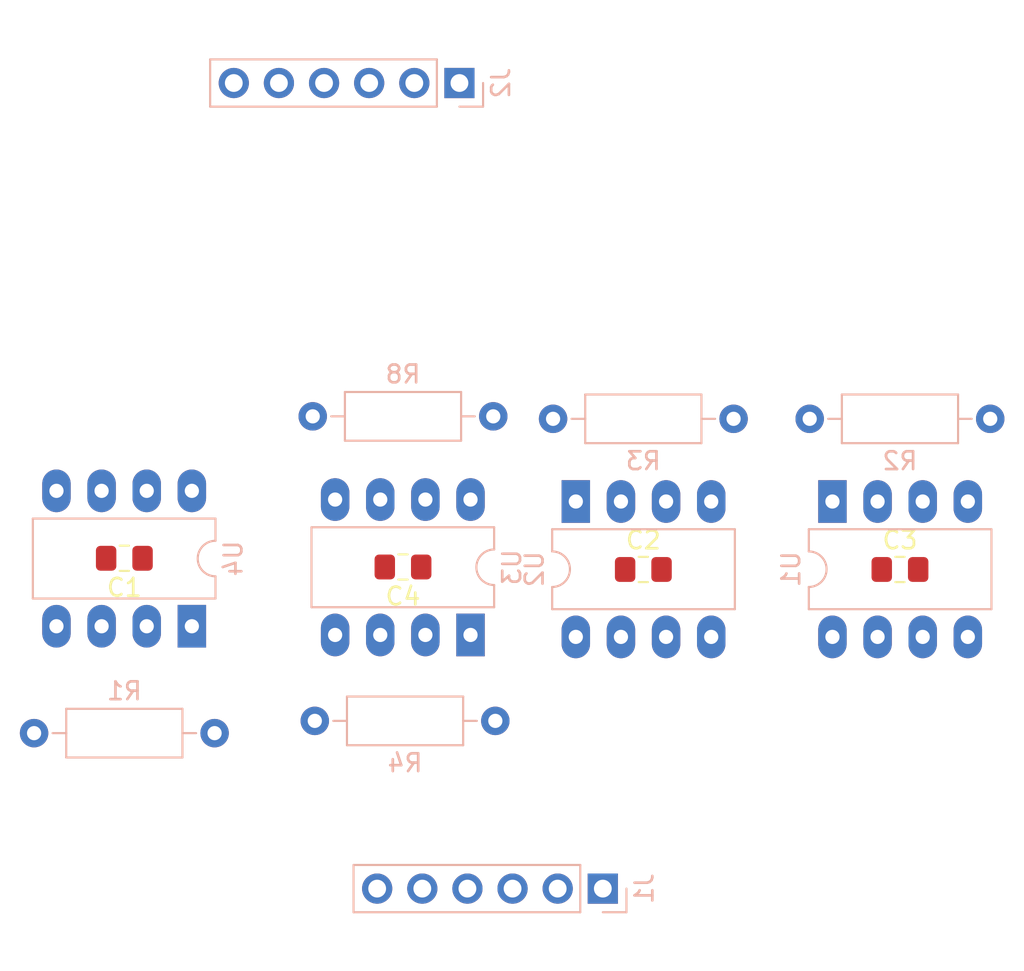
<source format=kicad_pcb>
(kicad_pcb (version 20171130) (host pcbnew "(5.0.0)")

  (general
    (thickness 1.6)
    (drawings 0)
    (tracks 0)
    (zones 0)
    (modules 15)
    (nets 19)
  )

  (page A4)
  (layers
    (0 F.Cu signal)
    (31 B.Cu signal)
    (32 B.Adhes user)
    (33 F.Adhes user)
    (34 B.Paste user)
    (35 F.Paste user)
    (36 B.SilkS user)
    (37 F.SilkS user)
    (38 B.Mask user)
    (39 F.Mask user)
    (40 Dwgs.User user)
    (41 Cmts.User user)
    (42 Eco1.User user)
    (43 Eco2.User user)
    (44 Edge.Cuts user)
    (45 Margin user)
    (46 B.CrtYd user)
    (47 F.CrtYd user)
    (48 B.Fab user)
    (49 F.Fab user)
  )

  (setup
    (last_trace_width 0.25)
    (trace_clearance 0.2)
    (zone_clearance 0.508)
    (zone_45_only no)
    (trace_min 0.2)
    (segment_width 0.2)
    (edge_width 0.15)
    (via_size 0.8)
    (via_drill 0.4)
    (via_min_size 0.4)
    (via_min_drill 0.3)
    (uvia_size 0.3)
    (uvia_drill 0.1)
    (uvias_allowed no)
    (uvia_min_size 0.2)
    (uvia_min_drill 0.1)
    (pcb_text_width 0.3)
    (pcb_text_size 1.5 1.5)
    (mod_edge_width 0.15)
    (mod_text_size 1 1)
    (mod_text_width 0.15)
    (pad_size 1.524 1.524)
    (pad_drill 0.762)
    (pad_to_mask_clearance 0.051)
    (solder_mask_min_width 0.25)
    (aux_axis_origin 0 0)
    (visible_elements 7FFFFFFF)
    (pcbplotparams
      (layerselection 0x01000_7fffffff)
      (usegerberextensions false)
      (usegerberattributes false)
      (usegerberadvancedattributes false)
      (creategerberjobfile false)
      (excludeedgelayer true)
      (linewidth 0.100000)
      (plotframeref false)
      (viasonmask false)
      (mode 1)
      (useauxorigin false)
      (hpglpennumber 1)
      (hpglpenspeed 20)
      (hpglpendiameter 15.000000)
      (psnegative true)
      (psa4output false)
      (plotreference false)
      (plotvalue false)
      (plotinvisibletext false)
      (padsonsilk false)
      (subtractmaskfromsilk false)
      (outputformat 5)
      (mirror false)
      (drillshape 2)
      (scaleselection 1)
      (outputdirectory ""))
  )

  (net 0 "")
  (net 1 GND)
  (net 2 "Net-(R2-Pad1)")
  (net 3 /CS_H)
  (net 4 /SDI_H)
  (net 5 "Net-(R3-Pad1)")
  (net 6 /SDO_H)
  (net 7 /MISO)
  (net 8 "Net-(R4-Pad1)")
  (net 9 /MOSI)
  (net 10 "Net-(R1-Pad2)")
  (net 11 "Net-(R8-Pad2)")
  (net 12 /LDOD)
  (net 13 /GND_BMS)
  (net 14 /5V)
  (net 15 /GND_MCU)
  (net 16 /SCK)
  (net 17 /SCK_H)
  (net 18 /CS)

  (net_class Default "This is the default net class."
    (clearance 0.2)
    (trace_width 0.25)
    (via_dia 0.8)
    (via_drill 0.4)
    (uvia_dia 0.3)
    (uvia_drill 0.1)
    (add_net /5V)
    (add_net /CS)
    (add_net /CS_H)
    (add_net /GND_BMS)
    (add_net /GND_MCU)
    (add_net /LDOD)
    (add_net /MISO)
    (add_net /MOSI)
    (add_net /SCK)
    (add_net /SCK_H)
    (add_net /SDI_H)
    (add_net /SDO_H)
    (add_net GND)
    (add_net "Net-(R1-Pad2)")
    (add_net "Net-(R2-Pad1)")
    (add_net "Net-(R3-Pad1)")
    (add_net "Net-(R4-Pad1)")
    (add_net "Net-(R8-Pad2)")
  )

  (module Capacitor_SMD:C_0805_2012Metric_Pad1.15x1.40mm_HandSolder (layer F.Cu) (tedit 5B36C52B) (tstamp 5C76FE1B)
    (at 134.41 80.998436 180)
    (descr "Capacitor SMD 0805 (2012 Metric), square (rectangular) end terminal, IPC_7351 nominal with elongated pad for handsoldering. (Body size source: https://docs.google.com/spreadsheets/d/1BsfQQcO9C6DZCsRaXUlFlo91Tg2WpOkGARC1WS5S8t0/edit?usp=sharing), generated with kicad-footprint-generator")
    (tags "capacitor handsolder")
    (path /5C4E9F98)
    (attr smd)
    (fp_text reference C1 (at 0 -1.65 180) (layer F.SilkS)
      (effects (font (size 1 1) (thickness 0.15)))
    )
    (fp_text value 0.1uF (at 0 1.65 180) (layer F.Fab)
      (effects (font (size 1 1) (thickness 0.15)))
    )
    (fp_text user %R (at 0 0 180) (layer F.Fab)
      (effects (font (size 0.5 0.5) (thickness 0.08)))
    )
    (fp_line (start 1.85 0.95) (end -1.85 0.95) (layer F.CrtYd) (width 0.05))
    (fp_line (start 1.85 -0.95) (end 1.85 0.95) (layer F.CrtYd) (width 0.05))
    (fp_line (start -1.85 -0.95) (end 1.85 -0.95) (layer F.CrtYd) (width 0.05))
    (fp_line (start -1.85 0.95) (end -1.85 -0.95) (layer F.CrtYd) (width 0.05))
    (fp_line (start -0.261252 0.71) (end 0.261252 0.71) (layer F.SilkS) (width 0.12))
    (fp_line (start -0.261252 -0.71) (end 0.261252 -0.71) (layer F.SilkS) (width 0.12))
    (fp_line (start 1 0.6) (end -1 0.6) (layer F.Fab) (width 0.1))
    (fp_line (start 1 -0.6) (end 1 0.6) (layer F.Fab) (width 0.1))
    (fp_line (start -1 -0.6) (end 1 -0.6) (layer F.Fab) (width 0.1))
    (fp_line (start -1 0.6) (end -1 -0.6) (layer F.Fab) (width 0.1))
    (pad 2 smd roundrect (at 1.025 0 180) (size 1.15 1.4) (layers F.Cu F.Paste F.Mask) (roundrect_rratio 0.217391)
      (net 1 GND))
    (pad 1 smd roundrect (at -1.025 0 180) (size 1.15 1.4) (layers F.Cu F.Paste F.Mask) (roundrect_rratio 0.217391)
      (net 12 /LDOD))
    (model ${KISYS3DMOD}/Capacitor_SMD.3dshapes/C_0805_2012Metric.wrl
      (at (xyz 0 0 0))
      (scale (xyz 1 1 1))
      (rotate (xyz 0 0 0))
    )
  )

  (module Capacitor_SMD:C_0805_2012Metric_Pad1.15x1.40mm_HandSolder (layer F.Cu) (tedit 5B36C52B) (tstamp 5C76FE2C)
    (at 163.62 81.628436)
    (descr "Capacitor SMD 0805 (2012 Metric), square (rectangular) end terminal, IPC_7351 nominal with elongated pad for handsoldering. (Body size source: https://docs.google.com/spreadsheets/d/1BsfQQcO9C6DZCsRaXUlFlo91Tg2WpOkGARC1WS5S8t0/edit?usp=sharing), generated with kicad-footprint-generator")
    (tags "capacitor handsolder")
    (path /5C4C5F53)
    (attr smd)
    (fp_text reference C2 (at 0 -1.65) (layer F.SilkS)
      (effects (font (size 1 1) (thickness 0.15)))
    )
    (fp_text value 0.1uF (at -0.435001 1.804999) (layer F.Fab)
      (effects (font (size 1 1) (thickness 0.15)))
    )
    (fp_line (start -1 0.6) (end -1 -0.6) (layer F.Fab) (width 0.1))
    (fp_line (start -1 -0.6) (end 1 -0.6) (layer F.Fab) (width 0.1))
    (fp_line (start 1 -0.6) (end 1 0.6) (layer F.Fab) (width 0.1))
    (fp_line (start 1 0.6) (end -1 0.6) (layer F.Fab) (width 0.1))
    (fp_line (start -0.261252 -0.71) (end 0.261252 -0.71) (layer F.SilkS) (width 0.12))
    (fp_line (start -0.261252 0.71) (end 0.261252 0.71) (layer F.SilkS) (width 0.12))
    (fp_line (start -1.85 0.95) (end -1.85 -0.95) (layer F.CrtYd) (width 0.05))
    (fp_line (start -1.85 -0.95) (end 1.85 -0.95) (layer F.CrtYd) (width 0.05))
    (fp_line (start 1.85 -0.95) (end 1.85 0.95) (layer F.CrtYd) (width 0.05))
    (fp_line (start 1.85 0.95) (end -1.85 0.95) (layer F.CrtYd) (width 0.05))
    (fp_text user %R (at 0 0) (layer F.Fab)
      (effects (font (size 0.5 0.5) (thickness 0.08)))
    )
    (pad 1 smd roundrect (at -1.025 0) (size 1.15 1.4) (layers F.Cu F.Paste F.Mask) (roundrect_rratio 0.217391)
      (net 12 /LDOD))
    (pad 2 smd roundrect (at 1.025 0) (size 1.15 1.4) (layers F.Cu F.Paste F.Mask) (roundrect_rratio 0.217391)
      (net 13 /GND_BMS))
    (model ${KISYS3DMOD}/Capacitor_SMD.3dshapes/C_0805_2012Metric.wrl
      (at (xyz 0 0 0))
      (scale (xyz 1 1 1))
      (rotate (xyz 0 0 0))
    )
  )

  (module Capacitor_SMD:C_0805_2012Metric_Pad1.15x1.40mm_HandSolder (layer F.Cu) (tedit 5B36C52B) (tstamp 5C76FE3D)
    (at 178.063397 81.628436)
    (descr "Capacitor SMD 0805 (2012 Metric), square (rectangular) end terminal, IPC_7351 nominal with elongated pad for handsoldering. (Body size source: https://docs.google.com/spreadsheets/d/1BsfQQcO9C6DZCsRaXUlFlo91Tg2WpOkGARC1WS5S8t0/edit?usp=sharing), generated with kicad-footprint-generator")
    (tags "capacitor handsolder")
    (path /5C4CC3BC)
    (attr smd)
    (fp_text reference C3 (at 0 -1.65) (layer F.SilkS)
      (effects (font (size 1 1) (thickness 0.15)))
    )
    (fp_text value 0.1uF (at 0 1.65) (layer F.Fab)
      (effects (font (size 1 1) (thickness 0.15)))
    )
    (fp_text user %R (at 0 0) (layer F.Fab)
      (effects (font (size 0.5 0.5) (thickness 0.08)))
    )
    (fp_line (start 1.85 0.95) (end -1.85 0.95) (layer F.CrtYd) (width 0.05))
    (fp_line (start 1.85 -0.95) (end 1.85 0.95) (layer F.CrtYd) (width 0.05))
    (fp_line (start -1.85 -0.95) (end 1.85 -0.95) (layer F.CrtYd) (width 0.05))
    (fp_line (start -1.85 0.95) (end -1.85 -0.95) (layer F.CrtYd) (width 0.05))
    (fp_line (start -0.261252 0.71) (end 0.261252 0.71) (layer F.SilkS) (width 0.12))
    (fp_line (start -0.261252 -0.71) (end 0.261252 -0.71) (layer F.SilkS) (width 0.12))
    (fp_line (start 1 0.6) (end -1 0.6) (layer F.Fab) (width 0.1))
    (fp_line (start 1 -0.6) (end 1 0.6) (layer F.Fab) (width 0.1))
    (fp_line (start -1 -0.6) (end 1 -0.6) (layer F.Fab) (width 0.1))
    (fp_line (start -1 0.6) (end -1 -0.6) (layer F.Fab) (width 0.1))
    (pad 2 smd roundrect (at 1.025 0) (size 1.15 1.4) (layers F.Cu F.Paste F.Mask) (roundrect_rratio 0.217391)
      (net 13 /GND_BMS))
    (pad 1 smd roundrect (at -1.025 0) (size 1.15 1.4) (layers F.Cu F.Paste F.Mask) (roundrect_rratio 0.217391)
      (net 12 /LDOD))
    (model ${KISYS3DMOD}/Capacitor_SMD.3dshapes/C_0805_2012Metric.wrl
      (at (xyz 0 0 0))
      (scale (xyz 1 1 1))
      (rotate (xyz 0 0 0))
    )
  )

  (module Capacitor_SMD:C_0805_2012Metric_Pad1.15x1.40mm_HandSolder (layer F.Cu) (tedit 5B36C52B) (tstamp 5C76FE4E)
    (at 150.093397 81.488436 180)
    (descr "Capacitor SMD 0805 (2012 Metric), square (rectangular) end terminal, IPC_7351 nominal with elongated pad for handsoldering. (Body size source: https://docs.google.com/spreadsheets/d/1BsfQQcO9C6DZCsRaXUlFlo91Tg2WpOkGARC1WS5S8t0/edit?usp=sharing), generated with kicad-footprint-generator")
    (tags "capacitor handsolder")
    (path /5C4DD2DE)
    (attr smd)
    (fp_text reference C4 (at 0 -1.65 180) (layer F.SilkS)
      (effects (font (size 1 1) (thickness 0.15)))
    )
    (fp_text value 0.1uF (at 0 1.65 180) (layer F.Fab)
      (effects (font (size 1 1) (thickness 0.15)))
    )
    (fp_line (start -1 0.6) (end -1 -0.6) (layer F.Fab) (width 0.1))
    (fp_line (start -1 -0.6) (end 1 -0.6) (layer F.Fab) (width 0.1))
    (fp_line (start 1 -0.6) (end 1 0.6) (layer F.Fab) (width 0.1))
    (fp_line (start 1 0.6) (end -1 0.6) (layer F.Fab) (width 0.1))
    (fp_line (start -0.261252 -0.71) (end 0.261252 -0.71) (layer F.SilkS) (width 0.12))
    (fp_line (start -0.261252 0.71) (end 0.261252 0.71) (layer F.SilkS) (width 0.12))
    (fp_line (start -1.85 0.95) (end -1.85 -0.95) (layer F.CrtYd) (width 0.05))
    (fp_line (start -1.85 -0.95) (end 1.85 -0.95) (layer F.CrtYd) (width 0.05))
    (fp_line (start 1.85 -0.95) (end 1.85 0.95) (layer F.CrtYd) (width 0.05))
    (fp_line (start 1.85 0.95) (end -1.85 0.95) (layer F.CrtYd) (width 0.05))
    (fp_text user %R (at 0 0 180) (layer F.Fab)
      (effects (font (size 0.5 0.5) (thickness 0.08)))
    )
    (pad 1 smd roundrect (at -1.025 0 180) (size 1.15 1.4) (layers F.Cu F.Paste F.Mask) (roundrect_rratio 0.217391)
      (net 14 /5V))
    (pad 2 smd roundrect (at 1.025 0 180) (size 1.15 1.4) (layers F.Cu F.Paste F.Mask) (roundrect_rratio 0.217391)
      (net 15 /GND_MCU))
    (model ${KISYS3DMOD}/Capacitor_SMD.3dshapes/C_0805_2012Metric.wrl
      (at (xyz 0 0 0))
      (scale (xyz 1 1 1))
      (rotate (xyz 0 0 0))
    )
  )

  (module Package_DIP:DIP-8_W7.62mm_LongPads (layer B.Cu) (tedit 5A02E8C5) (tstamp 5C76FE8C)
    (at 174.263397 77.803436 270)
    (descr "8-lead though-hole mounted DIP package, row spacing 7.62 mm (300 mils), LongPads")
    (tags "THT DIP DIL PDIP 2.54mm 7.62mm 300mil LongPads")
    (path /5C49DA15)
    (fp_text reference U1 (at 3.81 2.33 270) (layer B.SilkS)
      (effects (font (size 1 1) (thickness 0.15)) (justify mirror))
    )
    (fp_text value 6N137 (at 3.81 -9.95 270) (layer B.Fab)
      (effects (font (size 1 1) (thickness 0.15)) (justify mirror))
    )
    (fp_arc (start 3.81 1.33) (end 2.81 1.33) (angle 180) (layer B.SilkS) (width 0.12))
    (fp_line (start 1.635 1.27) (end 6.985 1.27) (layer B.Fab) (width 0.1))
    (fp_line (start 6.985 1.27) (end 6.985 -8.89) (layer B.Fab) (width 0.1))
    (fp_line (start 6.985 -8.89) (end 0.635 -8.89) (layer B.Fab) (width 0.1))
    (fp_line (start 0.635 -8.89) (end 0.635 0.27) (layer B.Fab) (width 0.1))
    (fp_line (start 0.635 0.27) (end 1.635 1.27) (layer B.Fab) (width 0.1))
    (fp_line (start 2.81 1.33) (end 1.56 1.33) (layer B.SilkS) (width 0.12))
    (fp_line (start 1.56 1.33) (end 1.56 -8.95) (layer B.SilkS) (width 0.12))
    (fp_line (start 1.56 -8.95) (end 6.06 -8.95) (layer B.SilkS) (width 0.12))
    (fp_line (start 6.06 -8.95) (end 6.06 1.33) (layer B.SilkS) (width 0.12))
    (fp_line (start 6.06 1.33) (end 4.81 1.33) (layer B.SilkS) (width 0.12))
    (fp_line (start -1.45 1.55) (end -1.45 -9.15) (layer B.CrtYd) (width 0.05))
    (fp_line (start -1.45 -9.15) (end 9.1 -9.15) (layer B.CrtYd) (width 0.05))
    (fp_line (start 9.1 -9.15) (end 9.1 1.55) (layer B.CrtYd) (width 0.05))
    (fp_line (start 9.1 1.55) (end -1.45 1.55) (layer B.CrtYd) (width 0.05))
    (fp_text user %R (at 3.81 -3.81 270) (layer B.Fab)
      (effects (font (size 1 1) (thickness 0.15)) (justify mirror))
    )
    (pad 1 thru_hole rect (at 0 0 270) (size 2.4 1.6) (drill 0.8) (layers *.Cu *.Mask))
    (pad 5 thru_hole oval (at 7.62 -7.62 270) (size 2.4 1.6) (drill 0.8) (layers *.Cu *.Mask)
      (net 13 /GND_BMS))
    (pad 2 thru_hole oval (at 0 -2.54 270) (size 2.4 1.6) (drill 0.8) (layers *.Cu *.Mask)
      (net 2 "Net-(R2-Pad1)"))
    (pad 6 thru_hole oval (at 7.62 -5.08 270) (size 2.4 1.6) (drill 0.8) (layers *.Cu *.Mask)
      (net 3 /CS_H))
    (pad 3 thru_hole oval (at 0 -5.08 270) (size 2.4 1.6) (drill 0.8) (layers *.Cu *.Mask)
      (net 15 /GND_MCU))
    (pad 7 thru_hole oval (at 7.62 -2.54 270) (size 2.4 1.6) (drill 0.8) (layers *.Cu *.Mask))
    (pad 4 thru_hole oval (at 0 -7.62 270) (size 2.4 1.6) (drill 0.8) (layers *.Cu *.Mask))
    (pad 8 thru_hole oval (at 7.62 0 270) (size 2.4 1.6) (drill 0.8) (layers *.Cu *.Mask)
      (net 12 /LDOD))
    (model ${KISYS3DMOD}/Package_DIP.3dshapes/DIP-8_W7.62mm.wrl
      (at (xyz 0 0 0))
      (scale (xyz 1 1 1))
      (rotate (xyz 0 0 0))
    )
  )

  (module Package_DIP:DIP-8_W7.62mm_LongPads (layer B.Cu) (tedit 5A02E8C5) (tstamp 5C76FEA8)
    (at 159.82 77.803436 270)
    (descr "8-lead though-hole mounted DIP package, row spacing 7.62 mm (300 mils), LongPads")
    (tags "THT DIP DIL PDIP 2.54mm 7.62mm 300mil LongPads")
    (path /5C49DAAE)
    (fp_text reference U2 (at 3.81 2.33 270) (layer B.SilkS)
      (effects (font (size 1 1) (thickness 0.15)) (justify mirror))
    )
    (fp_text value 6N137 (at 3.81 -9.95 270) (layer B.Fab)
      (effects (font (size 1 1) (thickness 0.15)) (justify mirror))
    )
    (fp_text user %R (at 3.81 -3.81 270) (layer B.Fab)
      (effects (font (size 1 1) (thickness 0.15)) (justify mirror))
    )
    (fp_line (start 9.1 1.55) (end -1.45 1.55) (layer B.CrtYd) (width 0.05))
    (fp_line (start 9.1 -9.15) (end 9.1 1.55) (layer B.CrtYd) (width 0.05))
    (fp_line (start -1.45 -9.15) (end 9.1 -9.15) (layer B.CrtYd) (width 0.05))
    (fp_line (start -1.45 1.55) (end -1.45 -9.15) (layer B.CrtYd) (width 0.05))
    (fp_line (start 6.06 1.33) (end 4.81 1.33) (layer B.SilkS) (width 0.12))
    (fp_line (start 6.06 -8.95) (end 6.06 1.33) (layer B.SilkS) (width 0.12))
    (fp_line (start 1.56 -8.95) (end 6.06 -8.95) (layer B.SilkS) (width 0.12))
    (fp_line (start 1.56 1.33) (end 1.56 -8.95) (layer B.SilkS) (width 0.12))
    (fp_line (start 2.81 1.33) (end 1.56 1.33) (layer B.SilkS) (width 0.12))
    (fp_line (start 0.635 0.27) (end 1.635 1.27) (layer B.Fab) (width 0.1))
    (fp_line (start 0.635 -8.89) (end 0.635 0.27) (layer B.Fab) (width 0.1))
    (fp_line (start 6.985 -8.89) (end 0.635 -8.89) (layer B.Fab) (width 0.1))
    (fp_line (start 6.985 1.27) (end 6.985 -8.89) (layer B.Fab) (width 0.1))
    (fp_line (start 1.635 1.27) (end 6.985 1.27) (layer B.Fab) (width 0.1))
    (fp_arc (start 3.81 1.33) (end 2.81 1.33) (angle 180) (layer B.SilkS) (width 0.12))
    (pad 8 thru_hole oval (at 7.62 0 270) (size 2.4 1.6) (drill 0.8) (layers *.Cu *.Mask)
      (net 12 /LDOD))
    (pad 4 thru_hole oval (at 0 -7.62 270) (size 2.4 1.6) (drill 0.8) (layers *.Cu *.Mask))
    (pad 7 thru_hole oval (at 7.62 -2.54 270) (size 2.4 1.6) (drill 0.8) (layers *.Cu *.Mask))
    (pad 3 thru_hole oval (at 0 -5.08 270) (size 2.4 1.6) (drill 0.8) (layers *.Cu *.Mask)
      (net 15 /GND_MCU))
    (pad 6 thru_hole oval (at 7.62 -5.08 270) (size 2.4 1.6) (drill 0.8) (layers *.Cu *.Mask)
      (net 4 /SDI_H))
    (pad 2 thru_hole oval (at 0 -2.54 270) (size 2.4 1.6) (drill 0.8) (layers *.Cu *.Mask)
      (net 5 "Net-(R3-Pad1)"))
    (pad 5 thru_hole oval (at 7.62 -7.62 270) (size 2.4 1.6) (drill 0.8) (layers *.Cu *.Mask)
      (net 13 /GND_BMS))
    (pad 1 thru_hole rect (at 0 0 270) (size 2.4 1.6) (drill 0.8) (layers *.Cu *.Mask))
    (model ${KISYS3DMOD}/Package_DIP.3dshapes/DIP-8_W7.62mm.wrl
      (at (xyz 0 0 0))
      (scale (xyz 1 1 1))
      (rotate (xyz 0 0 0))
    )
  )

  (module Package_DIP:DIP-8_W7.62mm_LongPads (layer B.Cu) (tedit 5A02E8C5) (tstamp 5C76FEC4)
    (at 153.893397 85.313436 90)
    (descr "8-lead though-hole mounted DIP package, row spacing 7.62 mm (300 mils), LongPads")
    (tags "THT DIP DIL PDIP 2.54mm 7.62mm 300mil LongPads")
    (path /5C49DAE2)
    (fp_text reference U3 (at 3.81 2.33 90) (layer B.SilkS)
      (effects (font (size 1 1) (thickness 0.15)) (justify mirror))
    )
    (fp_text value 6N137 (at 3.81 -9.95 90) (layer B.Fab)
      (effects (font (size 1 1) (thickness 0.15)) (justify mirror))
    )
    (fp_text user %R (at 3.81 -3.81 90) (layer B.Fab)
      (effects (font (size 1 1) (thickness 0.15)) (justify mirror))
    )
    (fp_line (start 9.1 1.55) (end -1.45 1.55) (layer B.CrtYd) (width 0.05))
    (fp_line (start 9.1 -9.15) (end 9.1 1.55) (layer B.CrtYd) (width 0.05))
    (fp_line (start -1.45 -9.15) (end 9.1 -9.15) (layer B.CrtYd) (width 0.05))
    (fp_line (start -1.45 1.55) (end -1.45 -9.15) (layer B.CrtYd) (width 0.05))
    (fp_line (start 6.06 1.33) (end 4.81 1.33) (layer B.SilkS) (width 0.12))
    (fp_line (start 6.06 -8.95) (end 6.06 1.33) (layer B.SilkS) (width 0.12))
    (fp_line (start 1.56 -8.95) (end 6.06 -8.95) (layer B.SilkS) (width 0.12))
    (fp_line (start 1.56 1.33) (end 1.56 -8.95) (layer B.SilkS) (width 0.12))
    (fp_line (start 2.81 1.33) (end 1.56 1.33) (layer B.SilkS) (width 0.12))
    (fp_line (start 0.635 0.27) (end 1.635 1.27) (layer B.Fab) (width 0.1))
    (fp_line (start 0.635 -8.89) (end 0.635 0.27) (layer B.Fab) (width 0.1))
    (fp_line (start 6.985 -8.89) (end 0.635 -8.89) (layer B.Fab) (width 0.1))
    (fp_line (start 6.985 1.27) (end 6.985 -8.89) (layer B.Fab) (width 0.1))
    (fp_line (start 1.635 1.27) (end 6.985 1.27) (layer B.Fab) (width 0.1))
    (fp_arc (start 3.81 1.33) (end 2.81 1.33) (angle 180) (layer B.SilkS) (width 0.12))
    (pad 8 thru_hole oval (at 7.62 0 90) (size 2.4 1.6) (drill 0.8) (layers *.Cu *.Mask)
      (net 14 /5V))
    (pad 4 thru_hole oval (at 0 -7.62 90) (size 2.4 1.6) (drill 0.8) (layers *.Cu *.Mask))
    (pad 7 thru_hole oval (at 7.62 -2.54 90) (size 2.4 1.6) (drill 0.8) (layers *.Cu *.Mask))
    (pad 3 thru_hole oval (at 0 -5.08 90) (size 2.4 1.6) (drill 0.8) (layers *.Cu *.Mask)
      (net 13 /GND_BMS))
    (pad 6 thru_hole oval (at 7.62 -5.08 90) (size 2.4 1.6) (drill 0.8) (layers *.Cu *.Mask)
      (net 11 "Net-(R8-Pad2)"))
    (pad 2 thru_hole oval (at 0 -2.54 90) (size 2.4 1.6) (drill 0.8) (layers *.Cu *.Mask)
      (net 8 "Net-(R4-Pad1)"))
    (pad 5 thru_hole oval (at 7.62 -7.62 90) (size 2.4 1.6) (drill 0.8) (layers *.Cu *.Mask)
      (net 15 /GND_MCU))
    (pad 1 thru_hole rect (at 0 0 90) (size 2.4 1.6) (drill 0.8) (layers *.Cu *.Mask))
    (model ${KISYS3DMOD}/Package_DIP.3dshapes/DIP-8_W7.62mm.wrl
      (at (xyz 0 0 0))
      (scale (xyz 1 1 1))
      (rotate (xyz 0 0 0))
    )
  )

  (module Package_DIP:DIP-8_W7.62mm_LongPads (layer B.Cu) (tedit 5A02E8C5) (tstamp 5C76FEE0)
    (at 138.21 84.823436 90)
    (descr "8-lead though-hole mounted DIP package, row spacing 7.62 mm (300 mils), LongPads")
    (tags "THT DIP DIL PDIP 2.54mm 7.62mm 300mil LongPads")
    (path /5C49DB26)
    (fp_text reference U4 (at 3.81 2.33 90) (layer B.SilkS)
      (effects (font (size 1 1) (thickness 0.15)) (justify mirror))
    )
    (fp_text value 6N137 (at 3.81 -9.95 90) (layer B.Fab)
      (effects (font (size 1 1) (thickness 0.15)) (justify mirror))
    )
    (fp_arc (start 3.81 1.33) (end 2.81 1.33) (angle 180) (layer B.SilkS) (width 0.12))
    (fp_line (start 1.635 1.27) (end 6.985 1.27) (layer B.Fab) (width 0.1))
    (fp_line (start 6.985 1.27) (end 6.985 -8.89) (layer B.Fab) (width 0.1))
    (fp_line (start 6.985 -8.89) (end 0.635 -8.89) (layer B.Fab) (width 0.1))
    (fp_line (start 0.635 -8.89) (end 0.635 0.27) (layer B.Fab) (width 0.1))
    (fp_line (start 0.635 0.27) (end 1.635 1.27) (layer B.Fab) (width 0.1))
    (fp_line (start 2.81 1.33) (end 1.56 1.33) (layer B.SilkS) (width 0.12))
    (fp_line (start 1.56 1.33) (end 1.56 -8.95) (layer B.SilkS) (width 0.12))
    (fp_line (start 1.56 -8.95) (end 6.06 -8.95) (layer B.SilkS) (width 0.12))
    (fp_line (start 6.06 -8.95) (end 6.06 1.33) (layer B.SilkS) (width 0.12))
    (fp_line (start 6.06 1.33) (end 4.81 1.33) (layer B.SilkS) (width 0.12))
    (fp_line (start -1.45 1.55) (end -1.45 -9.15) (layer B.CrtYd) (width 0.05))
    (fp_line (start -1.45 -9.15) (end 9.1 -9.15) (layer B.CrtYd) (width 0.05))
    (fp_line (start 9.1 -9.15) (end 9.1 1.55) (layer B.CrtYd) (width 0.05))
    (fp_line (start 9.1 1.55) (end -1.45 1.55) (layer B.CrtYd) (width 0.05))
    (fp_text user %R (at 3.81 -3.81 90) (layer B.Fab)
      (effects (font (size 1 1) (thickness 0.15)) (justify mirror))
    )
    (pad 1 thru_hole rect (at 0 0 90) (size 2.4 1.6) (drill 0.8) (layers *.Cu *.Mask))
    (pad 5 thru_hole oval (at 7.62 -7.62 90) (size 2.4 1.6) (drill 0.8) (layers *.Cu *.Mask)
      (net 1 GND))
    (pad 2 thru_hole oval (at 0 -2.54 90) (size 2.4 1.6) (drill 0.8) (layers *.Cu *.Mask)
      (net 10 "Net-(R1-Pad2)"))
    (pad 6 thru_hole oval (at 7.62 -5.08 90) (size 2.4 1.6) (drill 0.8) (layers *.Cu *.Mask)
      (net 17 /SCK_H))
    (pad 3 thru_hole oval (at 0 -5.08 90) (size 2.4 1.6) (drill 0.8) (layers *.Cu *.Mask)
      (net 15 /GND_MCU))
    (pad 7 thru_hole oval (at 7.62 -2.54 90) (size 2.4 1.6) (drill 0.8) (layers *.Cu *.Mask))
    (pad 4 thru_hole oval (at 0 -7.62 90) (size 2.4 1.6) (drill 0.8) (layers *.Cu *.Mask))
    (pad 8 thru_hole oval (at 7.62 0 90) (size 2.4 1.6) (drill 0.8) (layers *.Cu *.Mask)
      (net 12 /LDOD))
    (model ${KISYS3DMOD}/Package_DIP.3dshapes/DIP-8_W7.62mm.wrl
      (at (xyz 0 0 0))
      (scale (xyz 1 1 1))
      (rotate (xyz 0 0 0))
    )
  )

  (module Resistor_THT:R_Axial_DIN0207_L6.3mm_D2.5mm_P10.16mm_Horizontal (layer B.Cu) (tedit 5AE5139B) (tstamp 5C771304)
    (at 139.49 90.84 180)
    (descr "Resistor, Axial_DIN0207 series, Axial, Horizontal, pin pitch=10.16mm, 0.25W = 1/4W, length*diameter=6.3*2.5mm^2, http://cdn-reichelt.de/documents/datenblatt/B400/1_4W%23YAG.pdf")
    (tags "Resistor Axial_DIN0207 series Axial Horizontal pin pitch 10.16mm 0.25W = 1/4W length 6.3mm diameter 2.5mm")
    (path /5C4FA36F)
    (fp_text reference R1 (at 5.08 2.37 180) (layer B.SilkS)
      (effects (font (size 1 1) (thickness 0.15)) (justify mirror))
    )
    (fp_text value 200 (at 5.08 -2.37 180) (layer B.Fab)
      (effects (font (size 1 1) (thickness 0.15)) (justify mirror))
    )
    (fp_line (start 1.93 1.25) (end 1.93 -1.25) (layer B.Fab) (width 0.1))
    (fp_line (start 1.93 -1.25) (end 8.23 -1.25) (layer B.Fab) (width 0.1))
    (fp_line (start 8.23 -1.25) (end 8.23 1.25) (layer B.Fab) (width 0.1))
    (fp_line (start 8.23 1.25) (end 1.93 1.25) (layer B.Fab) (width 0.1))
    (fp_line (start 0 0) (end 1.93 0) (layer B.Fab) (width 0.1))
    (fp_line (start 10.16 0) (end 8.23 0) (layer B.Fab) (width 0.1))
    (fp_line (start 1.81 1.37) (end 1.81 -1.37) (layer B.SilkS) (width 0.12))
    (fp_line (start 1.81 -1.37) (end 8.35 -1.37) (layer B.SilkS) (width 0.12))
    (fp_line (start 8.35 -1.37) (end 8.35 1.37) (layer B.SilkS) (width 0.12))
    (fp_line (start 8.35 1.37) (end 1.81 1.37) (layer B.SilkS) (width 0.12))
    (fp_line (start 1.04 0) (end 1.81 0) (layer B.SilkS) (width 0.12))
    (fp_line (start 9.12 0) (end 8.35 0) (layer B.SilkS) (width 0.12))
    (fp_line (start -1.05 1.5) (end -1.05 -1.5) (layer B.CrtYd) (width 0.05))
    (fp_line (start -1.05 -1.5) (end 11.21 -1.5) (layer B.CrtYd) (width 0.05))
    (fp_line (start 11.21 -1.5) (end 11.21 1.5) (layer B.CrtYd) (width 0.05))
    (fp_line (start 11.21 1.5) (end -1.05 1.5) (layer B.CrtYd) (width 0.05))
    (fp_text user %R (at 5.08 0 180) (layer B.Fab)
      (effects (font (size 1 1) (thickness 0.15)) (justify mirror))
    )
    (pad 1 thru_hole circle (at 0 0 180) (size 1.6 1.6) (drill 0.8) (layers *.Cu *.Mask)
      (net 16 /SCK))
    (pad 2 thru_hole oval (at 10.16 0 180) (size 1.6 1.6) (drill 0.8) (layers *.Cu *.Mask)
      (net 10 "Net-(R1-Pad2)"))
    (model ${KISYS3DMOD}/Resistor_THT.3dshapes/R_Axial_DIN0207_L6.3mm_D2.5mm_P10.16mm_Horizontal.wrl
      (at (xyz 0 0 0))
      (scale (xyz 1 1 1))
      (rotate (xyz 0 0 0))
    )
  )

  (module Resistor_THT:R_Axial_DIN0207_L6.3mm_D2.5mm_P10.16mm_Horizontal (layer B.Cu) (tedit 5AE5139B) (tstamp 5C77131A)
    (at 172.983397 73.15)
    (descr "Resistor, Axial_DIN0207 series, Axial, Horizontal, pin pitch=10.16mm, 0.25W = 1/4W, length*diameter=6.3*2.5mm^2, http://cdn-reichelt.de/documents/datenblatt/B400/1_4W%23YAG.pdf")
    (tags "Resistor Axial_DIN0207 series Axial Horizontal pin pitch 10.16mm 0.25W = 1/4W length 6.3mm diameter 2.5mm")
    (path /5C79A2E3)
    (fp_text reference R2 (at 5.08 2.37) (layer B.SilkS)
      (effects (font (size 1 1) (thickness 0.15)) (justify mirror))
    )
    (fp_text value 200 (at 5.08 -2.37) (layer B.Fab)
      (effects (font (size 1 1) (thickness 0.15)) (justify mirror))
    )
    (fp_line (start 1.93 1.25) (end 1.93 -1.25) (layer B.Fab) (width 0.1))
    (fp_line (start 1.93 -1.25) (end 8.23 -1.25) (layer B.Fab) (width 0.1))
    (fp_line (start 8.23 -1.25) (end 8.23 1.25) (layer B.Fab) (width 0.1))
    (fp_line (start 8.23 1.25) (end 1.93 1.25) (layer B.Fab) (width 0.1))
    (fp_line (start 0 0) (end 1.93 0) (layer B.Fab) (width 0.1))
    (fp_line (start 10.16 0) (end 8.23 0) (layer B.Fab) (width 0.1))
    (fp_line (start 1.81 1.37) (end 1.81 -1.37) (layer B.SilkS) (width 0.12))
    (fp_line (start 1.81 -1.37) (end 8.35 -1.37) (layer B.SilkS) (width 0.12))
    (fp_line (start 8.35 -1.37) (end 8.35 1.37) (layer B.SilkS) (width 0.12))
    (fp_line (start 8.35 1.37) (end 1.81 1.37) (layer B.SilkS) (width 0.12))
    (fp_line (start 1.04 0) (end 1.81 0) (layer B.SilkS) (width 0.12))
    (fp_line (start 9.12 0) (end 8.35 0) (layer B.SilkS) (width 0.12))
    (fp_line (start -1.05 1.5) (end -1.05 -1.5) (layer B.CrtYd) (width 0.05))
    (fp_line (start -1.05 -1.5) (end 11.21 -1.5) (layer B.CrtYd) (width 0.05))
    (fp_line (start 11.21 -1.5) (end 11.21 1.5) (layer B.CrtYd) (width 0.05))
    (fp_line (start 11.21 1.5) (end -1.05 1.5) (layer B.CrtYd) (width 0.05))
    (fp_text user %R (at 5.08 0) (layer B.Fab)
      (effects (font (size 1 1) (thickness 0.15)) (justify mirror))
    )
    (pad 1 thru_hole circle (at 0 0) (size 1.6 1.6) (drill 0.8) (layers *.Cu *.Mask)
      (net 2 "Net-(R2-Pad1)"))
    (pad 2 thru_hole oval (at 10.16 0) (size 1.6 1.6) (drill 0.8) (layers *.Cu *.Mask)
      (net 18 /CS))
    (model ${KISYS3DMOD}/Resistor_THT.3dshapes/R_Axial_DIN0207_L6.3mm_D2.5mm_P10.16mm_Horizontal.wrl
      (at (xyz 0 0 0))
      (scale (xyz 1 1 1))
      (rotate (xyz 0 0 0))
    )
  )

  (module Resistor_THT:R_Axial_DIN0207_L6.3mm_D2.5mm_P10.16mm_Horizontal (layer B.Cu) (tedit 5AE5139B) (tstamp 5C771330)
    (at 158.54 73.15)
    (descr "Resistor, Axial_DIN0207 series, Axial, Horizontal, pin pitch=10.16mm, 0.25W = 1/4W, length*diameter=6.3*2.5mm^2, http://cdn-reichelt.de/documents/datenblatt/B400/1_4W%23YAG.pdf")
    (tags "Resistor Axial_DIN0207 series Axial Horizontal pin pitch 10.16mm 0.25W = 1/4W length 6.3mm diameter 2.5mm")
    (path /5C79A299)
    (fp_text reference R3 (at 5.08 2.37) (layer B.SilkS)
      (effects (font (size 1 1) (thickness 0.15)) (justify mirror))
    )
    (fp_text value 200 (at 5.08 -2.37) (layer B.Fab)
      (effects (font (size 1 1) (thickness 0.15)) (justify mirror))
    )
    (fp_text user %R (at 5.08 0) (layer B.Fab)
      (effects (font (size 1 1) (thickness 0.15)) (justify mirror))
    )
    (fp_line (start 11.21 1.5) (end -1.05 1.5) (layer B.CrtYd) (width 0.05))
    (fp_line (start 11.21 -1.5) (end 11.21 1.5) (layer B.CrtYd) (width 0.05))
    (fp_line (start -1.05 -1.5) (end 11.21 -1.5) (layer B.CrtYd) (width 0.05))
    (fp_line (start -1.05 1.5) (end -1.05 -1.5) (layer B.CrtYd) (width 0.05))
    (fp_line (start 9.12 0) (end 8.35 0) (layer B.SilkS) (width 0.12))
    (fp_line (start 1.04 0) (end 1.81 0) (layer B.SilkS) (width 0.12))
    (fp_line (start 8.35 1.37) (end 1.81 1.37) (layer B.SilkS) (width 0.12))
    (fp_line (start 8.35 -1.37) (end 8.35 1.37) (layer B.SilkS) (width 0.12))
    (fp_line (start 1.81 -1.37) (end 8.35 -1.37) (layer B.SilkS) (width 0.12))
    (fp_line (start 1.81 1.37) (end 1.81 -1.37) (layer B.SilkS) (width 0.12))
    (fp_line (start 10.16 0) (end 8.23 0) (layer B.Fab) (width 0.1))
    (fp_line (start 0 0) (end 1.93 0) (layer B.Fab) (width 0.1))
    (fp_line (start 8.23 1.25) (end 1.93 1.25) (layer B.Fab) (width 0.1))
    (fp_line (start 8.23 -1.25) (end 8.23 1.25) (layer B.Fab) (width 0.1))
    (fp_line (start 1.93 -1.25) (end 8.23 -1.25) (layer B.Fab) (width 0.1))
    (fp_line (start 1.93 1.25) (end 1.93 -1.25) (layer B.Fab) (width 0.1))
    (pad 2 thru_hole oval (at 10.16 0) (size 1.6 1.6) (drill 0.8) (layers *.Cu *.Mask)
      (net 9 /MOSI))
    (pad 1 thru_hole circle (at 0 0) (size 1.6 1.6) (drill 0.8) (layers *.Cu *.Mask)
      (net 5 "Net-(R3-Pad1)"))
    (model ${KISYS3DMOD}/Resistor_THT.3dshapes/R_Axial_DIN0207_L6.3mm_D2.5mm_P10.16mm_Horizontal.wrl
      (at (xyz 0 0 0))
      (scale (xyz 1 1 1))
      (rotate (xyz 0 0 0))
    )
  )

  (module Resistor_THT:R_Axial_DIN0207_L6.3mm_D2.5mm_P10.16mm_Horizontal (layer B.Cu) (tedit 5AE5139B) (tstamp 5C771346)
    (at 145.13 90.15)
    (descr "Resistor, Axial_DIN0207 series, Axial, Horizontal, pin pitch=10.16mm, 0.25W = 1/4W, length*diameter=6.3*2.5mm^2, http://cdn-reichelt.de/documents/datenblatt/B400/1_4W%23YAG.pdf")
    (tags "Resistor Axial_DIN0207 series Axial Horizontal pin pitch 10.16mm 0.25W = 1/4W length 6.3mm diameter 2.5mm")
    (path /5C79565C)
    (fp_text reference R4 (at 5.08 2.37) (layer B.SilkS)
      (effects (font (size 1 1) (thickness 0.15)) (justify mirror))
    )
    (fp_text value 200 (at 5.08 -2.37) (layer B.Fab)
      (effects (font (size 1 1) (thickness 0.15)) (justify mirror))
    )
    (fp_line (start 1.93 1.25) (end 1.93 -1.25) (layer B.Fab) (width 0.1))
    (fp_line (start 1.93 -1.25) (end 8.23 -1.25) (layer B.Fab) (width 0.1))
    (fp_line (start 8.23 -1.25) (end 8.23 1.25) (layer B.Fab) (width 0.1))
    (fp_line (start 8.23 1.25) (end 1.93 1.25) (layer B.Fab) (width 0.1))
    (fp_line (start 0 0) (end 1.93 0) (layer B.Fab) (width 0.1))
    (fp_line (start 10.16 0) (end 8.23 0) (layer B.Fab) (width 0.1))
    (fp_line (start 1.81 1.37) (end 1.81 -1.37) (layer B.SilkS) (width 0.12))
    (fp_line (start 1.81 -1.37) (end 8.35 -1.37) (layer B.SilkS) (width 0.12))
    (fp_line (start 8.35 -1.37) (end 8.35 1.37) (layer B.SilkS) (width 0.12))
    (fp_line (start 8.35 1.37) (end 1.81 1.37) (layer B.SilkS) (width 0.12))
    (fp_line (start 1.04 0) (end 1.81 0) (layer B.SilkS) (width 0.12))
    (fp_line (start 9.12 0) (end 8.35 0) (layer B.SilkS) (width 0.12))
    (fp_line (start -1.05 1.5) (end -1.05 -1.5) (layer B.CrtYd) (width 0.05))
    (fp_line (start -1.05 -1.5) (end 11.21 -1.5) (layer B.CrtYd) (width 0.05))
    (fp_line (start 11.21 -1.5) (end 11.21 1.5) (layer B.CrtYd) (width 0.05))
    (fp_line (start 11.21 1.5) (end -1.05 1.5) (layer B.CrtYd) (width 0.05))
    (fp_text user %R (at 5.08 0) (layer B.Fab)
      (effects (font (size 1 1) (thickness 0.15)) (justify mirror))
    )
    (pad 1 thru_hole circle (at 0 0) (size 1.6 1.6) (drill 0.8) (layers *.Cu *.Mask)
      (net 8 "Net-(R4-Pad1)"))
    (pad 2 thru_hole oval (at 10.16 0) (size 1.6 1.6) (drill 0.8) (layers *.Cu *.Mask)
      (net 6 /SDO_H))
    (model ${KISYS3DMOD}/Resistor_THT.3dshapes/R_Axial_DIN0207_L6.3mm_D2.5mm_P10.16mm_Horizontal.wrl
      (at (xyz 0 0 0))
      (scale (xyz 1 1 1))
      (rotate (xyz 0 0 0))
    )
  )

  (module Resistor_THT:R_Axial_DIN0207_L6.3mm_D2.5mm_P10.16mm_Horizontal (layer B.Cu) (tedit 5AE5139B) (tstamp 5C77135C)
    (at 155.173397 73.01 180)
    (descr "Resistor, Axial_DIN0207 series, Axial, Horizontal, pin pitch=10.16mm, 0.25W = 1/4W, length*diameter=6.3*2.5mm^2, http://cdn-reichelt.de/documents/datenblatt/B400/1_4W%23YAG.pdf")
    (tags "Resistor Axial_DIN0207 series Axial Horizontal pin pitch 10.16mm 0.25W = 1/4W length 6.3mm diameter 2.5mm")
    (path /5C54ABFD)
    (fp_text reference R8 (at 5.08 2.37 180) (layer B.SilkS)
      (effects (font (size 1 1) (thickness 0.15)) (justify mirror))
    )
    (fp_text value 100 (at 5.08 -2.37 180) (layer B.Fab)
      (effects (font (size 1 1) (thickness 0.15)) (justify mirror))
    )
    (fp_text user %R (at 5.08 0 180) (layer B.Fab)
      (effects (font (size 1 1) (thickness 0.15)) (justify mirror))
    )
    (fp_line (start 11.21 1.5) (end -1.05 1.5) (layer B.CrtYd) (width 0.05))
    (fp_line (start 11.21 -1.5) (end 11.21 1.5) (layer B.CrtYd) (width 0.05))
    (fp_line (start -1.05 -1.5) (end 11.21 -1.5) (layer B.CrtYd) (width 0.05))
    (fp_line (start -1.05 1.5) (end -1.05 -1.5) (layer B.CrtYd) (width 0.05))
    (fp_line (start 9.12 0) (end 8.35 0) (layer B.SilkS) (width 0.12))
    (fp_line (start 1.04 0) (end 1.81 0) (layer B.SilkS) (width 0.12))
    (fp_line (start 8.35 1.37) (end 1.81 1.37) (layer B.SilkS) (width 0.12))
    (fp_line (start 8.35 -1.37) (end 8.35 1.37) (layer B.SilkS) (width 0.12))
    (fp_line (start 1.81 -1.37) (end 8.35 -1.37) (layer B.SilkS) (width 0.12))
    (fp_line (start 1.81 1.37) (end 1.81 -1.37) (layer B.SilkS) (width 0.12))
    (fp_line (start 10.16 0) (end 8.23 0) (layer B.Fab) (width 0.1))
    (fp_line (start 0 0) (end 1.93 0) (layer B.Fab) (width 0.1))
    (fp_line (start 8.23 1.25) (end 1.93 1.25) (layer B.Fab) (width 0.1))
    (fp_line (start 8.23 -1.25) (end 8.23 1.25) (layer B.Fab) (width 0.1))
    (fp_line (start 1.93 -1.25) (end 8.23 -1.25) (layer B.Fab) (width 0.1))
    (fp_line (start 1.93 1.25) (end 1.93 -1.25) (layer B.Fab) (width 0.1))
    (pad 2 thru_hole oval (at 10.16 0 180) (size 1.6 1.6) (drill 0.8) (layers *.Cu *.Mask)
      (net 11 "Net-(R8-Pad2)"))
    (pad 1 thru_hole circle (at 0 0 180) (size 1.6 1.6) (drill 0.8) (layers *.Cu *.Mask)
      (net 7 /MISO))
    (model ${KISYS3DMOD}/Resistor_THT.3dshapes/R_Axial_DIN0207_L6.3mm_D2.5mm_P10.16mm_Horizontal.wrl
      (at (xyz 0 0 0))
      (scale (xyz 1 1 1))
      (rotate (xyz 0 0 0))
    )
  )

  (module Connector_PinHeader_2.54mm:PinHeader_1x06_P2.54mm_Vertical (layer B.Cu) (tedit 59FED5CC) (tstamp 5C77D2C6)
    (at 161.34 99.59 90)
    (descr "Through hole straight pin header, 1x06, 2.54mm pitch, single row")
    (tags "Through hole pin header THT 1x06 2.54mm single row")
    (path /5C78F611)
    (fp_text reference J1 (at 0 2.33 90) (layer B.SilkS)
      (effects (font (size 1 1) (thickness 0.15)) (justify mirror))
    )
    (fp_text value Conn_01x06 (at 0 -15.03 90) (layer B.Fab)
      (effects (font (size 1 1) (thickness 0.15)) (justify mirror))
    )
    (fp_line (start -0.635 1.27) (end 1.27 1.27) (layer B.Fab) (width 0.1))
    (fp_line (start 1.27 1.27) (end 1.27 -13.97) (layer B.Fab) (width 0.1))
    (fp_line (start 1.27 -13.97) (end -1.27 -13.97) (layer B.Fab) (width 0.1))
    (fp_line (start -1.27 -13.97) (end -1.27 0.635) (layer B.Fab) (width 0.1))
    (fp_line (start -1.27 0.635) (end -0.635 1.27) (layer B.Fab) (width 0.1))
    (fp_line (start -1.33 -14.03) (end 1.33 -14.03) (layer B.SilkS) (width 0.12))
    (fp_line (start -1.33 -1.27) (end -1.33 -14.03) (layer B.SilkS) (width 0.12))
    (fp_line (start 1.33 -1.27) (end 1.33 -14.03) (layer B.SilkS) (width 0.12))
    (fp_line (start -1.33 -1.27) (end 1.33 -1.27) (layer B.SilkS) (width 0.12))
    (fp_line (start -1.33 0) (end -1.33 1.33) (layer B.SilkS) (width 0.12))
    (fp_line (start -1.33 1.33) (end 0 1.33) (layer B.SilkS) (width 0.12))
    (fp_line (start -1.8 1.8) (end -1.8 -14.5) (layer B.CrtYd) (width 0.05))
    (fp_line (start -1.8 -14.5) (end 1.8 -14.5) (layer B.CrtYd) (width 0.05))
    (fp_line (start 1.8 -14.5) (end 1.8 1.8) (layer B.CrtYd) (width 0.05))
    (fp_line (start 1.8 1.8) (end -1.8 1.8) (layer B.CrtYd) (width 0.05))
    (fp_text user %R (at 0 -6.35) (layer B.Fab)
      (effects (font (size 1 1) (thickness 0.15)) (justify mirror))
    )
    (pad 1 thru_hole rect (at 0 0 90) (size 1.7 1.7) (drill 1) (layers *.Cu *.Mask)
      (net 3 /CS_H))
    (pad 2 thru_hole oval (at 0 -2.54 90) (size 1.7 1.7) (drill 1) (layers *.Cu *.Mask)
      (net 4 /SDI_H))
    (pad 3 thru_hole oval (at 0 -5.08 90) (size 1.7 1.7) (drill 1) (layers *.Cu *.Mask)
      (net 6 /SDO_H))
    (pad 4 thru_hole oval (at 0 -7.62 90) (size 1.7 1.7) (drill 1) (layers *.Cu *.Mask)
      (net 17 /SCK_H))
    (pad 5 thru_hole oval (at 0 -10.16 90) (size 1.7 1.7) (drill 1) (layers *.Cu *.Mask)
      (net 12 /LDOD))
    (pad 6 thru_hole oval (at 0 -12.7 90) (size 1.7 1.7) (drill 1) (layers *.Cu *.Mask)
      (net 13 /GND_BMS))
    (model ${KISYS3DMOD}/Connector_PinHeader_2.54mm.3dshapes/PinHeader_1x06_P2.54mm_Vertical.wrl
      (at (xyz 0 0 0))
      (scale (xyz 1 1 1))
      (rotate (xyz 0 0 0))
    )
  )

  (module Connector_PinHeader_2.54mm:PinHeader_1x06_P2.54mm_Vertical (layer B.Cu) (tedit 59FED5CC) (tstamp 5C77D2E0)
    (at 153.27 54.25 90)
    (descr "Through hole straight pin header, 1x06, 2.54mm pitch, single row")
    (tags "Through hole pin header THT 1x06 2.54mm single row")
    (path /5C79477A)
    (fp_text reference J2 (at 0 2.33 90) (layer B.SilkS)
      (effects (font (size 1 1) (thickness 0.15)) (justify mirror))
    )
    (fp_text value Conn_01x06 (at 0 -15.03 90) (layer B.Fab)
      (effects (font (size 1 1) (thickness 0.15)) (justify mirror))
    )
    (fp_text user %R (at 0 -6.35) (layer B.Fab)
      (effects (font (size 1 1) (thickness 0.15)) (justify mirror))
    )
    (fp_line (start 1.8 1.8) (end -1.8 1.8) (layer B.CrtYd) (width 0.05))
    (fp_line (start 1.8 -14.5) (end 1.8 1.8) (layer B.CrtYd) (width 0.05))
    (fp_line (start -1.8 -14.5) (end 1.8 -14.5) (layer B.CrtYd) (width 0.05))
    (fp_line (start -1.8 1.8) (end -1.8 -14.5) (layer B.CrtYd) (width 0.05))
    (fp_line (start -1.33 1.33) (end 0 1.33) (layer B.SilkS) (width 0.12))
    (fp_line (start -1.33 0) (end -1.33 1.33) (layer B.SilkS) (width 0.12))
    (fp_line (start -1.33 -1.27) (end 1.33 -1.27) (layer B.SilkS) (width 0.12))
    (fp_line (start 1.33 -1.27) (end 1.33 -14.03) (layer B.SilkS) (width 0.12))
    (fp_line (start -1.33 -1.27) (end -1.33 -14.03) (layer B.SilkS) (width 0.12))
    (fp_line (start -1.33 -14.03) (end 1.33 -14.03) (layer B.SilkS) (width 0.12))
    (fp_line (start -1.27 0.635) (end -0.635 1.27) (layer B.Fab) (width 0.1))
    (fp_line (start -1.27 -13.97) (end -1.27 0.635) (layer B.Fab) (width 0.1))
    (fp_line (start 1.27 -13.97) (end -1.27 -13.97) (layer B.Fab) (width 0.1))
    (fp_line (start 1.27 1.27) (end 1.27 -13.97) (layer B.Fab) (width 0.1))
    (fp_line (start -0.635 1.27) (end 1.27 1.27) (layer B.Fab) (width 0.1))
    (pad 6 thru_hole oval (at 0 -12.7 90) (size 1.7 1.7) (drill 1) (layers *.Cu *.Mask)
      (net 15 /GND_MCU))
    (pad 5 thru_hole oval (at 0 -10.16 90) (size 1.7 1.7) (drill 1) (layers *.Cu *.Mask)
      (net 14 /5V))
    (pad 4 thru_hole oval (at 0 -7.62 90) (size 1.7 1.7) (drill 1) (layers *.Cu *.Mask)
      (net 16 /SCK))
    (pad 3 thru_hole oval (at 0 -5.08 90) (size 1.7 1.7) (drill 1) (layers *.Cu *.Mask)
      (net 7 /MISO))
    (pad 2 thru_hole oval (at 0 -2.54 90) (size 1.7 1.7) (drill 1) (layers *.Cu *.Mask)
      (net 9 /MOSI))
    (pad 1 thru_hole rect (at 0 0 90) (size 1.7 1.7) (drill 1) (layers *.Cu *.Mask)
      (net 18 /CS))
    (model ${KISYS3DMOD}/Connector_PinHeader_2.54mm.3dshapes/PinHeader_1x06_P2.54mm_Vertical.wrl
      (at (xyz 0 0 0))
      (scale (xyz 1 1 1))
      (rotate (xyz 0 0 0))
    )
  )

)

</source>
